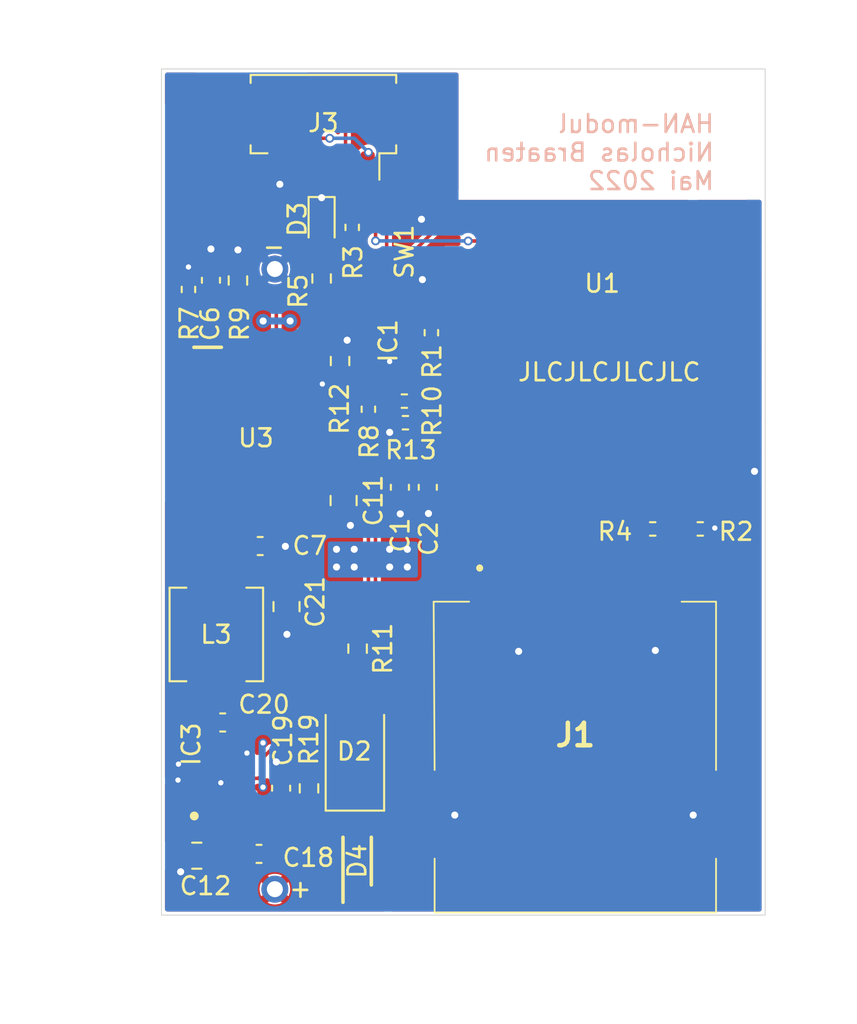
<source format=kicad_pcb>
(kicad_pcb (version 20211014) (generator pcbnew)
  (layers (0 "F.Cu" signal) (31 "B.Cu" signal) (34 "B.Paste" user) (35 "F.Paste" user) (36 "B.SilkS" user "B.Silkscreen") (37 "F.SilkS" user "F.Silkscreen") (38 "B.Mask" user) (39 "F.Mask" user) (44 "Edge.Cuts" user))
  (net 0 "")
  (net 1 "+3V3")
  (net 2 "GND")
  (net 3 "/24V")
  (net 4 "Net-(C6-Pad1)")
  (net 5 "Net-(C7-Pad2)")
  (net 6 "Net-(C11-Pad1)")
  (net 7 "Net-(C18-Pad1)")
  (net 8 "Net-(C18-Pad2)")
  (net 9 "Net-(C19-Pad2)")
  (net 10 "Net-(C20-Pad1)")
  (net 11 "Net-(C20-Pad2)")
  (net 12 "Net-(D2-Pad1)")
  (net 13 "HAN1")
  (net 14 "Net-(D3-Pad2)")
  (net 15 "Net-(IC1-Pad1)")
  (net 16 "Net-(IC1-Pad3)")
  (net 17 "/~{RST}")
  (net 18 "Net-(IC3-Pad4)")
  (net 19 "Net-(IC3-Pad7)")
  (net 24 "/RS232_Tx")
  (net 25 "/RS232_Rx")
  (net 26 "/ESP_Tx")
  (net 27 "/ESP_Rx")
  (net 28 "/GPIO0")
  (net 29 "Net-(R1-Pad1)")
  (net 30 "Net-(R2-Pad2)")
  (net 31 "Net-(R4-Pad2)")
  (net 32 "/~{HAN}")
  (net 33 "Net-(R7-Pad1)")
  (net 34 "Net-(R9-Pad1)")
  (net 35 "Net-(R11-Pad1)")
  (net 36 "Net-(R12-Pad1)")
  (net 51 "/P_fail")
  (footprint "NCN5150DR2G:SOIC127P600X175-16N" (layer "F.Cu") (at 120.65 45.72)
    (fp_text reference "U3" (at 0 0) (layer "F.SilkS"))
    (fp_text value "NCN5150" hide)
    (pad "1" smd rect (at -2.725 -4.445 90) (size 0.65 1.55) (layers "F.Cu" "F.Paste" "F.Mask") (net 34 "Net-(R9-Pad1)"))
    (pad "2" smd rect (at -2.725 -3.175 90) (size 0.65 1.55) (layers "F.Cu" "F.Paste" "F.Mask"))
    (pad "3" smd rect (at -2.725 -1.905 90) (size 0.65 1.55) (layers "F.Cu" "F.Paste" "F.Mask") (net 4 "Net-(C6-Pad1)"))
    (pad "4" smd rect (at -2.725 -0.635 90) (size 0.65 1.55) (layers "F.Cu" "F.Paste" "F.Mask") (net 33 "Net-(R7-Pad1)"))
    (pad "5" smd rect (at -2.725 0.635 90) (size 0.65 1.55) (layers "F.Cu" "F.Paste" "F.Mask") (net 51 "/P_fail"))
    (pad "6" smd rect (at -2.725 1.905 90) (size 0.65 1.55) (layers "F.Cu" "F.Paste" "F.Mask") (net 5 "Net-(C7-Pad2)"))
    (pad "7" smd rect (at -2.725 3.175 90) (size 0.65 1.55) (layers "F.Cu" "F.Paste" "F.Mask"))
    (pad "8" smd rect (at -2.725 4.445 90) (size 0.65 1.55) (layers "F.Cu" "F.Paste" "F.Mask") (net 27 "/ESP_Rx"))
    (pad "9" smd rect (at 2.725 4.445 90) (size 0.65 1.55) (layers "F.Cu" "F.Paste" "F.Mask") (net 1 "+3V3"))
    (pad "10" smd rect (at 2.725 3.175 90) (size 0.65 1.55) (layers "F.Cu" "F.Paste" "F.Mask"))
    (pad "11" smd rect (at 2.725 1.905 90) (size 0.65 1.55) (layers "F.Cu" "F.Paste" "F.Mask") (net 6 "Net-(C11-Pad1)"))
    (pad "12" smd rect (at 2.725 0.635 90) (size 0.65 1.55) (layers "F.Cu" "F.Paste" "F.Mask") (net 26 "/ESP_Tx"))
    (pad "13" smd rect (at 2.725 -0.635 90) (size 0.65 1.55) (layers "F.Cu" "F.Paste" "F.Mask") (net 32 "/~{HAN}"))
    (pad "14" smd rect (at 2.725 -1.905 90) (size 0.65 1.55) (layers "F.Cu" "F.Paste" "F.Mask") (net 36 "Net-(R12-Pad1)"))
    (pad "15" smd rect (at 2.725 -3.175 90) (size 0.65 1.55) (layers "F.Cu" "F.Paste" "F.Mask") (net 2 "GND"))
    (pad "16" smd rect (at 2.725 -4.445 90) (size 0.65 1.55) (layers "F.Cu" "F.Paste" "F.Mask") (net 35 "Net-(R11-Pad1)"))
  )
  (footprint "Resistor_SMD:R_0402_1005Metric" (layer "F.Cu") (at 116.84 37.336 90)
    (fp_text reference "R7" (at -1.9324 0.0508 90) (layer "F.SilkS"))
    (fp_text value "30k")
    (pad "1" smd roundrect (at -0.51 0 90) (size 0.54 0.64) (layers "F.Cu" "F.Paste" "F.Mask") (net 33 "Net-(R7-Pad1)"))
    (pad "2" smd roundrect (at 0.51 0 90) (size 0.54 0.64) (layers "F.Cu" "F.Paste" "F.Mask") (net 2 "GND"))
  )
  (footprint "Resistor_SMD:R_0402_1005Metric" (layer "F.Cu") (at 145.738 50.8508 180)
    (fp_text reference "R2" (at -2.02 -0.1492) (layer "F.SilkS"))
    (fp_text value "10k")
    (pad "1" smd roundrect (at -0.51 0 180) (size 0.54 0.64) (layers "F.Cu" "F.Paste" "F.Mask") (net 2 "GND"))
    (pad "2" smd roundrect (at 0.51 0 180) (size 0.54 0.64) (layers "F.Cu" "F.Paste" "F.Mask") (net 30 "Net-(R2-Pad2)"))
  )
  (footprint "Resistor_SMD:R_0402_1005Metric" (layer "F.Cu") (at 129.03 43.6372 180)
    (fp_text reference "R10" (at -1.57 -0.5628 90) (layer "F.SilkS"))
    (fp_text value "121k")
    (pad "1" smd roundrect (at -0.51 0 180) (size 0.54 0.64) (layers "F.Cu" "F.Paste" "F.Mask") (net 16 "Net-(IC1-Pad3)"))
    (pad "2" smd roundrect (at 0.51 0 180) (size 0.54 0.64) (layers "F.Cu" "F.Paste" "F.Mask") (net 15 "Net-(IC1-Pad1)"))
  )
  (footprint "Capacitor_SMD:C_0805_2012Metric" (layer "F.Cu") (at 122.3772 55.2348 90)
    (fp_text reference "C21" (at 0.261252 1.6228 90) (layer "F.SilkS"))
    (fp_text value "47µF")
    (pad "1" smd roundrect (at -0.95 0 90) (size 1 1.45) (layers "F.Cu" "F.Paste" "F.Mask") (net 2 "GND"))
    (pad "2" smd roundrect (at 0.95 0 90) (size 1 1.45) (layers "F.Cu" "F.Paste" "F.Mask") (net 1 "+3V3"))
  )
  (footprint "Resistor_SMD:R_0402_1005Metric" (layer "F.Cu") (at 129.09 44.8564)
    (fp_text reference "R13" (at 0.31 1.5436) (layer "F.SilkS"))
    (fp_text value "56k2")
    (pad "1" smd roundrect (at -0.51 0) (size 0.54 0.64) (layers "F.Cu" "F.Paste" "F.Mask") (net 2 "GND"))
    (pad "2" smd roundrect (at 0.51 0) (size 0.54 0.64) (layers "F.Cu" "F.Paste" "F.Mask") (net 16 "Net-(IC1-Pad3)"))
  )
  (footprint "NSI45025AT1G:NSI45025AT1G" (layer "F.Cu") (at 126.365 69.596 90)
    (fp_text reference "D4" (at 0 0 90) (layer "F.SilkS"))
    (fp_text value "NSI45025AT1G" hide)
    (pad "1" smd rect locked (at -1.75 0 180) (size 0.8 1.15) (layers "F.Cu" "F.Paste" "F.Mask") (net 3 "/24V"))
    (pad "2" smd rect locked (at 1.75 0 180) (size 0.8 1.15) (layers "F.Cu" "F.Paste" "F.Mask") (net 12 "Net-(D2-Pad1)"))
  )
  (footprint "Capacitor_SMD:C_0603_1608Metric" (layer "F.Cu") (at 122.0724 65.4812 -90)
    (fp_text reference "C19" (at -2.6924 -0.1016 90) (layer "F.SilkS"))
    (fp_text value "5600pF")
    (pad "1" smd roundrect (at -0.775 0 270) (size 0.9 0.95) (layers "F.Cu" "F.Paste" "F.Mask") (net 2 "GND"))
    (pad "2" smd roundrect (at 0.775 0 270) (size 0.9 0.95) (layers "F.Cu" "F.Paste" "F.Mask") (net 9 "Net-(C19-Pad2)"))
  )
  (footprint "LED_SMD:LED_0603_1608Metric" (layer "F.Cu") (at 124.3584 33.6041 -90)
    (fp_text reference "D3" (at -0.2285 1.3716 -90) (layer "F.SilkS"))
    (fp_text value "LED")
    (pad "1" smd roundrect (at -0.7875 0 270) (size 0.875 0.95) (layers "F.Cu" "F.Paste" "F.Mask") (net 2 "GND"))
    (pad "2" smd roundrect (at 0.7875 0 270) (size 0.875 0.95) (layers "F.Cu" "F.Paste" "F.Mask") (net 14 "Net-(D3-Pad2)"))
  )
  (footprint "RF_Module:ESP-12E" (layer "F.Cu") (at 140.208 37.084)
    (fp_text reference "U1" (at -0.008 -0.084) (layer "F.SilkS"))
    (fp_text value "ESP-12F")
    (pad "1" smd rect (at -7.6 -3.5) (size 2.5 1) (layers "F.Cu" "F.Paste" "F.Mask") (net 17 "/~{RST}"))
    (pad "2" smd rect (at -7.6 -1.5) (size 2.5 1) (layers "F.Cu" "F.Paste" "F.Mask"))
    (pad "3" smd rect (at -7.6 0.5) (size 2.5 1) (layers "F.Cu" "F.Paste" "F.Mask") (net 29 "Net-(R1-Pad1)"))
    (pad "4" smd rect (at -7.6 2.5) (size 2.5 1) (layers "F.Cu" "F.Paste" "F.Mask"))
    (pad "5" smd rect (at -7.6 4.5) (size 2.5 1) (layers "F.Cu" "F.Paste" "F.Mask"))
    (pad "6" smd rect (at -7.6 6.5) (size 2.5 1) (layers "F.Cu" "F.Paste" "F.Mask"))
    (pad "7" smd rect (at -7.6 8.5) (size 2.5 1) (layers "F.Cu" "F.Paste" "F.Mask"))
    (pad "8" smd rect (at -7.6 10.5) (size 2.5 1) (layers "F.Cu" "F.Paste" "F.Mask") (net 1 "+3V3"))
    (pad "9" smd rect (at -5 12) (size 1 1.8) (layers "F.Cu" "F.Paste" "F.Mask"))
    (pad "10" smd rect (at -3 12) (size 1 1.8) (layers "F.Cu" "F.Paste" "F.Mask"))
    (pad "11" smd rect (at -1 12) (size 1 1.8) (layers "F.Cu" "F.Paste" "F.Mask"))
    (pad "12" smd rect (at 1 12) (size 1 1.8) (layers "F.Cu" "F.Paste" "F.Mask"))
    (pad "13" smd rect (at 3 12) (size 1 1.8) (layers "F.Cu" "F.Paste" "F.Mask"))
    (pad "14" smd rect (at 5 12) (size 1 1.8) (layers "F.Cu" "F.Paste" "F.Mask"))
    (pad "15" smd rect (at 7.6 10.5) (size 2.5 1) (layers "F.Cu" "F.Paste" "F.Mask") (net 2 "GND"))
    (pad "16" smd rect (at 7.6 8.5) (size 2.5 1) (layers "F.Cu" "F.Paste" "F.Mask") (net 30 "Net-(R2-Pad2)"))
    (pad "17" smd rect (at 7.6 6.5) (size 2.5 1) (layers "F.Cu" "F.Paste" "F.Mask") (net 31 "Net-(R4-Pad2)"))
    (pad "18" smd rect (at 7.6 4.5) (size 2.5 1) (layers "F.Cu" "F.Paste" "F.Mask") (net 28 "/GPIO0"))
    (pad "19" smd rect (at 7.6 2.5) (size 2.5 1) (layers "F.Cu" "F.Paste" "F.Mask"))
    (pad "20" smd rect (at 7.6 0.5) (size 2.5 1) (layers "F.Cu" "F.Paste" "F.Mask"))
    (pad "21" smd rect (at 7.6 -1.5) (size 2.5 1) (layers "F.Cu" "F.Paste" "F.Mask") (net 27 "/ESP_Rx"))
    (pad "22" smd rect (at 7.6 -3.5) (size 2.5 1) (layers "F.Cu" "F.Paste" "F.Mask") (net 26 "/ESP_Tx"))
    (zone (net 0) (net_name "") (layers *.Cu) (connect_pads (clearance 0)) (min_thickness 0.254)
      (keepout (tracks not_allowed) (vias not_allowed) (pads not_allowed) (copperpour not_allowed) (footprints not_allowed))
      (fill (thermal_gap 0.508) (thermal_bridge_width 0.508))
      (polygon (pts (xy 132.088 32.284) (xy 148.328 32.284) (xy 148.328 24.964) (xy 132.088 24.964)))
    )
  )
  (footprint "MAL202117102E3:MAL202117102E3" (layer "F.Cu") (at 115.4684 68.6816 90)
    (fp_text reference "C3" hide)
    (fp_text value "1F")
    (fp_text user "+" (at -2.54 7.62 90 unlocked) (layer "F.SilkS"))
    (fp_text user "-" (at 33.6296 6.1976 180 unlocked) (layer "F.SilkS"))
    (pad "1" thru_hole circle (at -2.5 6.25 90) (size 1.524 1.524) (drill 0.9) (layers *.Cu *.Mask) (net 3 "/24V"))
    (pad "2" thru_hole circle (at 32.5 6.25 90) (size 1.524 1.524) (drill 0.9) (layers *.Cu *.Mask) (net 2 "GND"))
  )
  (footprint "Button_Switch_SMD:SW_SPST_EVQP2" (layer "F.Cu") (at 129.032 35.2044 -90)
    (fp_text reference "SW1" (at 0 0 90) (layer "F.SilkS"))
    (fp_text value "RESET")
    (pad "1" smd rect (at -2.58 -1 270) (size 1.45 0.7) (layers "F.Cu" "F.Paste" "F.Mask") (net 2 "GND"))
    (pad "1" smd rect (at 2.58 -1 270) (size 1.45 0.7) (layers "F.Cu" "F.Paste" "F.Mask") (net 2 "GND"))
    (pad "2" smd rect (at 2.58 1 270) (size 1.45 0.7) (layers "F.Cu" "F.Paste" "F.Mask") (net 15 "Net-(IC1-Pad1)"))
    (pad "2" smd rect (at -2.58 1 270) (size 1.45 0.7) (layers "F.Cu" "F.Paste" "F.Mask") (net 15 "Net-(IC1-Pad1)"))
  )
  (footprint "Capacitor_SMD:C_0805_2012Metric" (layer "F.Cu") (at 117.3124 69.2912)
    (fp_text reference "C12" (at 0.4876 1.7088) (layer "F.SilkS"))
    (fp_text value "4.7µF")
    (pad "1" smd roundrect (at -0.95 0) (size 1 1.45) (layers "F.Cu" "F.Paste" "F.Mask") (net 2 "GND"))
    (pad "2" smd roundrect (at 0.95 0) (size 1 1.45) (layers "F.Cu" "F.Paste" "F.Mask") (net 3 "/24V"))
  )
  (footprint "Capacitor_SMD:C_0603_1608Metric" (layer "F.Cu") (at 130.3528 48.501 -90)
    (fp_text reference "C2" (at 2.899 -0.0472 90) (layer "F.SilkS"))
    (fp_text value "10µ")
    (pad "1" smd roundrect (at -0.775 0 270) (size 0.9 0.95) (layers "F.Cu" "F.Paste" "F.Mask") (net 1 "+3V3"))
    (pad "2" smd roundrect (at 0.775 0 270) (size 0.9 0.95) (layers "F.Cu" "F.Paste" "F.Mask") (net 2 "GND"))
  )
  (footprint "Diode_SMD:D_SMA" (layer "F.Cu") (at 126.238 63.3476 90)
    (fp_text reference "D2" (at -0.0524 -0.038 180) (layer "F.SilkS"))
    (fp_text value "700mV, 2A")
    (pad "1" smd rect (at -2 0 90) (size 2.5 1.8) (layers "F.Cu" "F.Paste" "F.Mask") (net 12 "Net-(D2-Pad1)"))
    (pad "2" smd rect (at 2 0 90) (size 2.5 1.8) (layers "F.Cu" "F.Paste" "F.Mask") (net 13 "HAN1"))
  )
  (footprint "Resistor_SMD:R_0603_1608Metric" (layer "F.Cu") (at 126.3904 57.6072 -90)
    (fp_text reference "R11" (at 0 -1.43 90) (layer "F.SilkS"))
    (fp_text value "220R")
    (pad "1" smd roundrect (at -0.825 0 270) (size 0.8 0.95) (layers "F.Cu" "F.Paste" "F.Mask") (net 35 "Net-(R11-Pad1)"))
    (pad "2" smd roundrect (at 0.825 0 270) (size 0.8 0.95) (layers "F.Cu" "F.Paste" "F.Mask") (net 13 "HAN1"))
  )
  (footprint "Capacitor_SMD:C_0603_1608Metric" (layer "F.Cu") (at 120.891 51.816 180)
    (fp_text reference "C7" (at -2.8 0.016) (layer "F.SilkS"))
    (fp_text value "220n")
    (pad "1" smd roundrect (at -0.775 0 180) (size 0.9 0.95) (layers "F.Cu" "F.Paste" "F.Mask") (net 2 "GND"))
    (pad "2" smd roundrect (at 0.775 0 180) (size 0.9 0.95) (layers "F.Cu" "F.Paste" "F.Mask") (net 5 "Net-(C7-Pad2)"))
  )
  (footprint "Resistor_SMD:R_0402_1005Metric" (layer "F.Cu") (at 127 44.0964 -90)
    (fp_text reference "R8" (at 1.8268 -0.0508 -90) (layer "F.SilkS"))
    (fp_text value "825k")
    (pad "1" smd roundrect (at -0.51 0 270) (size 0.54 0.64) (layers "F.Cu" "F.Paste" "F.Mask") (net 15 "Net-(IC1-Pad1)"))
    (pad "2" smd roundrect (at 0.51 0 270) (size 0.54 0.64) (layers "F.Cu" "F.Paste" "F.Mask") (net 3 "/24V"))
  )
  (footprint "RJLSE4118101:RJLSE4118101" (layer "F.Cu") (at 138.684 62.484)
    (fp_text reference "J1" (at 0 0) (layer "F.SilkS") (effects (font (size 1.27 1.27) (thickness 0.254))))
    (fp_text value "RJLSE4118101" hide)
    (pad "1" smd rect locked (at -4.445 -7.637) (size 0.76 4.75) (layers "F.Cu" "F.Paste" "F.Mask") (net 13 "HAN1"))
    (pad "2" smd rect locked (at -3.175 -7.637) (size 0.76 4.75) (layers "F.Cu" "F.Paste" "F.Mask") (net 2 "GND"))
    (pad "3" smd rect locked (at -1.905 -7.637) (size 0.76 4.75) (layers "F.Cu" "F.Paste" "F.Mask"))
    (pad "4" smd rect locked (at -0.635 -7.637) (size 0.76 4.75) (layers "F.Cu" "F.Paste" "F.Mask"))
    (pad "5" smd rect locked (at 0.635 -7.637) (size 0.76 4.75) (layers "F.Cu" "F.Paste" "F.Mask"))
    (pad "6" smd rect locked (at 1.905 -7.637) (size 0.76 4.75) (layers "F.Cu" "F.Paste" "F.Mask") (net 24 "/RS232_Tx"))
    (pad "7" smd rect locked (at 3.175 -7.637) (size 0.76 4.75) (layers "F.Cu" "F.Paste" "F.Mask") (net 25 "/RS232_Rx"))
    (pad "8" smd rect locked (at 4.445 -7.637) (size 0.76 4.75) (layers "F.Cu" "F.Paste" "F.Mask") (net 2 "GND"))
    (pad "MP1" smd rect locked (at -8.46 4.543) (size 2.24 3.51) (layers "F.Cu" "F.Paste" "F.Mask") (net 2 "GND"))
    (pad "MP2" smd rect locked (at 8.46 4.543) (size 2.24 3.51) (layers "F.Cu" "F.Paste" "F.Mask") (net 2 "GND"))
  )
  (footprint "Resistor_SMD:R_0402_1005Metric" (layer "F.Cu") (at 143.0528 50.8508)
    (fp_text reference "R4" (at -2.1316 0.1492) (layer "F.SilkS"))
    (fp_text value "10k")
    (pad "1" smd roundrect (at -0.51 0) (size 0.54 0.64) (layers "F.Cu" "F.Paste" "F.Mask") (net 1 "+3V3"))
    (pad "2" smd roundrect (at 0.51 0) (size 0.54 0.64) (layers "F.Cu" "F.Paste" "F.Mask") (net 31 "Net-(R4-Pad2)"))
  )
  (footprint "MIC2779L:SOT95P280X145-5N" (layer "F.Cu") (at 128.1176 40.894 90)
    (fp_text reference "IC1" (at 0.6604 0 90) (layer "F.SilkS"))
    (fp_text value "MIC2779L-2YM5_TR" hide)
    (pad "1" smd rect (at -1.25 -0.95 180) (size 0.6 1.2) (layers "F.Cu" "F.Paste" "F.Mask") (net 15 "Net-(IC1-Pad1)"))
    (pad "2" smd rect (at -1.25 0 180) (size 0.6 1.2) (layers "F.Cu" "F.Paste" "F.Mask") (net 2 "GND"))
    (pad "3" smd rect (at -1.25 0.95 180) (size 0.6 1.2) (layers "F.Cu" "F.Paste" "F.Mask") (net 16 "Net-(IC1-Pad3)"))
    (pad "4" smd rect (at 1.25 0.95 180) (size 0.6 1.2) (layers "F.Cu" "F.Paste" "F.Mask") (net 17 "/~{RST}"))
    (pad "5" smd rect (at 1.25 -0.95 180) (size 0.6 1.2) (layers "F.Cu" "F.Paste" "F.Mask") (net 1 "+3V3"))
  )
  (footprint "Resistor_SMD:R_0603_1608Metric" (layer "F.Cu") (at 125.4 41.375 90)
    (fp_text reference "R12" (at -2.7 -0.025 90) (layer "F.SilkS"))
    (fp_text value "100R")
    (pad "1" smd roundrect (at -0.825 0 90) (size 0.8 0.95) (layers "F.Cu" "F.Paste" "F.Mask") (net 36 "Net-(R12-Pad1)"))
    (pad "2" smd roundrect (at 0.825 0 90) (size 0.8 0.95) (layers "F.Cu" "F.Paste" "F.Mask") (net 2 "GND"))
  )
  (footprint "Capacitor_SMD:C_0603_1608Metric" (layer "F.Cu") (at 118.775 61.7728)
    (fp_text reference "C20" (at 2.3322 -1.016) (layer "F.SilkS"))
    (fp_text value "0.1µF")
    (pad "1" smd roundrect (at -0.775 0) (size 0.9 0.95) (layers "F.Cu" "F.Paste" "F.Mask") (net 10 "Net-(C20-Pad1)"))
    (pad "2" smd roundrect (at 0.775 0) (size 0.9 0.95) (layers "F.Cu" "F.Paste" "F.Mask") (net 11 "Net-(C20-Pad2)"))
  )
  (footprint "Resistor_SMD:R_0603_1608Metric" (layer "F.Cu") (at 119.634 36.83 90)
    (fp_text reference "R9" (at -2.4506 0.1016 90) (layer "F.SilkS"))
    (fp_text value "220R")
    (pad "1" smd roundrect (at -0.825 0 90) (size 0.8 0.95) (layers "F.Cu" "F.Paste" "F.Mask") (net 34 "Net-(R9-Pad1)"))
    (pad "2" smd roundrect (at 0.825 0 90) (size 0.8 0.95) (layers "F.Cu" "F.Paste" "F.Mask") (net 2 "GND"))
  )
  (footprint "Capacitor_SMD:C_0603_1608Metric" (layer "F.Cu") (at 128.778 48.501 -90)
    (fp_text reference "C1" (at 2.699 -0.022 90) (layer "F.SilkS"))
    (fp_text value "100n")
    (pad "1" smd roundrect (at -0.775 0 270) (size 0.9 0.95) (layers "F.Cu" "F.Paste" "F.Mask") (net 1 "+3V3"))
    (pad "2" smd roundrect (at 0.775 0 270) (size 0.9 0.95) (layers "F.Cu" "F.Paste" "F.Mask") (net 2 "GND"))
  )
  (footprint "Inductor_SMD:L_Vishay_IHLP-2020" (layer "F.Cu") (at 118.4148 56.8063 90)
    (fp_text reference "L3" (at 0 -0.0148 180) (layer "F.SilkS"))
    (fp_text value "5.6µH")
    (pad "1" smd rect (at -2.4265 0 90) (size 1.903 2.79) (layers "F.Cu" "F.Paste" "F.Mask") (net 10 "Net-(C20-Pad1)"))
    (pad "2" smd rect (at 2.4265 0 90) (size 1.903 2.79) (layers "F.Cu" "F.Paste" "F.Mask") (net 1 "+3V3"))
  )
  (footprint "Resistor_SMD:R_0402_1005Metric" (layer "F.Cu") (at 126.0856 33.8328 90)
    (fp_text reference "R3" (at -1.9812 0.0508 90) (layer "F.SilkS"))
    (fp_text value "10k")
    (pad "1" smd roundrect (at -0.51 0 90) (size 0.54 0.64) (layers "F.Cu" "F.Paste" "F.Mask") (net 1 "+3V3"))
    (pad "2" smd roundrect (at 0.51 0 90) (size 0.54 0.64) (layers "F.Cu" "F.Paste" "F.Mask") (net 28 "/GPIO0"))
  )
  (footprint "MAX17644AATE+:QFN50P300X300X80-17N" (layer "F.Cu") (at 118.6688 65.1764 90)
    (fp_text reference "IC3" (at 2.1764 -1.6688 90) (layer "F.SilkS"))
    (fp_text value "MAX17644AATE+" hide)
    (pad "1" smd rect (at -1.4875 -0.75 180) (size 0.3 0.775) (layers "F.Cu" "F.Paste" "F.Mask") (net 3 "/24V"))
    (pad "2" smd rect (at -1.45 -0.25 180) (size 0.3 0.85) (layers "F.Cu" "F.Paste" "F.Mask") (net 8 "Net-(C18-Pad2)"))
    (pad "3" smd rect (at -1.45 0.25 180) (size 0.3 0.85) (layers "F.Cu" "F.Paste" "F.Mask") (net 7 "Net-(C18-Pad1)"))
    (pad "4" smd rect (at -1.4875 0.75 180) (size 0.3 0.775) (layers "F.Cu" "F.Paste" "F.Mask") (net 18 "Net-(IC3-Pad4)"))
    (pad "5" smd rect (at -0.75 1.4875 90) (size 0.3 0.775) (layers "F.Cu" "F.Paste" "F.Mask") (net 9 "Net-(C19-Pad2)"))
    (pad "6" smd rect (at -0.25 1.45 90) (size 0.3 0.85) (layers "F.Cu" "F.Paste" "F.Mask") (net 1 "+3V3"))
    (pad "7" smd rect (at 0.25 1.45 90) (size 0.3 0.85) (layers "F.Cu" "F.Paste" "F.Mask") (net 19 "Net-(IC3-Pad7)"))
    (pad "8" smd rect (at 0.75 1.4875 90) (size 0.3 0.775) (layers "F.Cu" "F.Paste" "F.Mask"))
    (pad "9" smd rect (at 1.4875 0.75 180) (size 0.3 0.775) (layers "F.Cu" "F.Paste" "F.Mask") (net 2 "GND"))
    (pad "10" smd rect (at 1.45 0.25 180) (size 0.3 0.85) (layers "F.Cu" "F.Paste" "F.Mask") (net 11 "Net-(C20-Pad2)"))
    (pad "11" smd rect (at 1.45 -0.25 180) (size 0.3 0.85) (layers "F.Cu" "F.Paste" "F.Mask") (net 10 "Net-(C20-Pad1)"))
    (pad "12" smd rect (at 1.4875 -0.75 180) (size 0.3 0.775) (layers "F.Cu" "F.Paste" "F.Mask") (net 10 "Net-(C20-Pad1)"))
    (pad "13" smd rect (at 0.75 -1.4875 90) (size 0.3 0.775) (layers "F.Cu" "F.Paste" "F.Mask") (net 2 "GND"))
    (pad "14" smd rect (at 0.25 -1.45 90) (size 0.3 0.85) (layers "F.Cu" "F.Paste" "F.Mask") (net 2 "GND"))
    (pad "15" smd rect (at -0.25 -1.45 90) (size 0.3 0.85) (layers "F.Cu" "F.Paste" "F.Mask") (net 3 "/24V"))
    (pad "16" smd rect (at -0.75 -1.4875 90) (size 0.3 0.775) (layers "F.Cu" "F.Paste" "F.Mask") (net 3 "/24V"))
    (pad "17" smd rect (at 0 0 90) (size 1.25 1.25) (layers "F.Cu" "F.Paste" "F.Mask") (net 2 "GND"))
  )
  (footprint "Capacitor_SMD:C_0603_1608Metric" (layer "F.Cu") (at 120.825 69.1896 180)
    (fp_text reference "C18" (at -2.7846 -0.2104) (layer "F.SilkS"))
    (fp_text value "2.2µF")
    (pad "1" smd roundrect (at -0.775 0 180) (size 0.9 0.95) (layers "F.Cu" "F.Paste" "F.Mask") (net 7 "Net-(C18-Pad1)"))
    (pad "2" smd roundrect (at 0.775 0 180) (size 0.9 0.95) (layers "F.Cu" "F.Paste" "F.Mask") (net 8 "Net-(C18-Pad2)"))
  )
  (footprint "Resistor_SMD:R_0402_1005Metric" (layer "F.Cu") (at 130.556 39.7764 -90)
    (fp_text reference "R1" (at 1.6236 -0.044 90) (layer "F.SilkS"))
    (fp_text value "10k")
    (pad "1" smd roundrect (at -0.51 0 270) (size 0.54 0.64) (layers "F.Cu" "F.Paste" "F.Mask") (net 29 "Net-(R1-Pad1)"))
    (pad "2" smd roundrect (at 0.51 0 270) (size 0.54 0.64) (layers "F.Cu" "F.Paste" "F.Mask") (net 1 "+3V3"))
  )
  (footprint "Resistor_SMD:R_0603_1608Metric" (layer "F.Cu") (at 123.6472 65.4934 -90)
    (fp_text reference "R19" (at -2.757 -0.0004 90) (layer "F.SilkS"))
    (fp_text value "40k2")
    (pad "1" smd roundrect (at -0.825 0 270) (size 0.8 0.95) (layers "F.Cu" "F.Paste" "F.Mask") (net 19 "Net-(IC3-Pad7)"))
    (pad "2" smd roundrect (at 0.825 0 270) (size 0.8 0.95) (layers "F.Cu" "F.Paste" "F.Mask") (net 18 "Net-(IC3-Pad4)"))
  )
  (footprint "Capacitor_SMD:C_0805_2012Metric" (layer "F.Cu") (at 125.6 49.25 -90)
    (fp_text reference "C11" (at 0 -1.68 90) (layer "F.SilkS"))
    (fp_text value "1µ")
    (pad "1" smd roundrect (at -0.95 0 270) (size 1 1.45) (layers "F.Cu" "F.Paste" "F.Mask") (net 6 "Net-(C11-Pad1)"))
    (pad "2" smd roundrect (at 0.95 0 270) (size 1 1.45) (layers "F.Cu" "F.Paste" "F.Mask") (net 2 "GND"))
  )
  (footprint "Connector_Molex:Molex_PicoBlade_53261-0571_1x05-1MP_P1.25mm_Horizontal" (layer "F.Cu") (at 124.46 27.94 180)
    (fp_text reference "J3" (at 0 0) (layer "F.SilkS"))
    (fp_text value "Conn_01x05_Male")
    (pad "1" smd roundrect (at -2.5 -2.4 180) (size 0.8 1.6) (layers "F.Cu" "F.Paste" "F.Mask") (net 26 "/ESP_Tx"))
    (pad "2" smd roundrect (at -1.25 -2.4 180) (size 0.8 1.6) (layers "F.Cu" "F.Paste" "F.Mask") (net 27 "/ESP_Rx"))
    (pad "3" smd roundrect (at 0 -2.4 180) (size 0.8 1.6) (layers "F.Cu" "F.Paste" "F.Mask") (net 28 "/GPIO0"))
    (pad "4" smd roundrect (at 1.25 -2.4 180) (size 0.8 1.6) (layers "F.Cu" "F.Paste" "F.Mask") (net 1 "+3V3"))
    (pad "5" smd roundrect (at 2.5 -2.4 180) (size 0.8 1.6) (layers "F.Cu" "F.Paste" "F.Mask") (net 2 "GND"))
    (pad "MP" smd roundrect (at 5.05 0.5 180) (size 2.1 3) (layers "F.Cu" "F.Paste" "F.Mask") (roundrect_rratio 0.1190480952))
    (pad "MP" smd roundrect (at -5.05 0.5 180) (size 2.1 3) (layers "F.Cu" "F.Paste" "F.Mask") (roundrect_rratio 0.1190480952))
  )
  (footprint "Capacitor_SMD:C_0603_1608Metric" (layer "F.Cu") (at 118.11 36.817 90)
    (fp_text reference "C6" (at -2.4514 -0.0508 90) (layer "F.SilkS"))
    (fp_text value "10µ")
    (pad "1" smd roundrect (at -0.775 0 90) (size 0.9 0.95) (layers "F.Cu" "F.Paste" "F.Mask") (net 4 "Net-(C6-Pad1)"))
    (pad "2" smd roundrect (at 0.775 0 90) (size 0.9 0.95) (layers "F.Cu" "F.Paste" "F.Mask") (net 2 "GND"))
  )
  (footprint "Resistor_SMD:R_0603_1608Metric" (layer "F.Cu") (at 124.3584 36.7162 -90)
    (fp_text reference "R5" (at 0.7234 1.3208 90) (layer "F.SilkS"))
    (fp_text value "750R")
    (pad "1" smd roundrect (at -0.825 0 270) (size 0.8 0.95) (layers "F.Cu" "F.Paste" "F.Mask") (net 14 "Net-(D3-Pad2)"))
    (pad "2" smd roundrect (at 0.825 0 270) (size 0.8 0.95) (layers "F.Cu" "F.Paste" "F.Mask") (net 32 "/~{HAN}"))
  )
  (gr_rect (start 149.4028 72.644) (end 115.316 24.892) (layer "Edge.Cuts") (width 0.05) (fill none))
  (gr_text "HAN-modul\nNicholas Braaten\nMai 2022" (at 146.6 29.6) (layer "B.SilkS") (effects (font (size 1 1)) (justify left mirror)))
  (gr_text "JLCJLCJLCJLC" (at 140.6 42) (layer "F.SilkS") (effects (font (size 1 1))))
  (segment (start 120.1188 65.4264) (end 121.0486 65.4264) (width 0.25) (layer "F.Cu") (net 1))
  (segment (start 121.0486 65.4264) (end 121.05 65.425) (width 0.25) (layer "F.Cu") (net 1))
  (via (at 128.2 52) (size 0.8) (drill 0.4) (layers "F.Cu" "B.Cu") (net 1))
  (via (at 128.2 53) (size 0.8) (drill 0.4) (layers "F.Cu" "B.Cu") (net 1))
  (via (at 125.2 53) (size 0.8) (drill 0.4) (layers "F.Cu" "B.Cu") (net 1))
  (via (at 129.2 52) (size 0.8) (drill 0.4) (layers "F.Cu" "B.Cu") (net 1))
  (via (at 122.5804 39.116) (size 0.8) (drill 0.4) (layers "F.Cu" "B.Cu") (net 1))
  (via (at 121.05 65.425) (size 0.5) (drill 0.3) (layers "F.Cu" "B.Cu") (net 1))
  (via (at 121.05 62.925) (size 0.5) (drill 0.3) (layers "F.Cu" "B.Cu") (net 1))
  (via (at 125.2 52) (size 0.8) (drill 0.4) (layers "F.Cu" "B.Cu") (net 1))
  (via (at 126.2 52) (size 0.8) (drill 0.4) (layers "F.Cu" "B.Cu") (net 1))
  (via (at 126.2 53) (size 0.8) (drill 0.4) (layers "F.Cu" "B.Cu") (net 1))
  (via (at 129.2 53) (size 0.8) (drill 0.4) (layers "F.Cu" "B.Cu") (net 1))
  (via (at 121.0564 39.116) (size 0.8) (drill 0.4) (layers "F.Cu" "B.Cu") (net 1))
  (segment (start 121.000489 62.974511) (end 121.000489 65.375489) (width 0.4) (layer "B.Cu") (net 1))
  (segment (start 121.0564 39.116) (end 122.5804 39.116) (width 0.4) (layer "B.Cu") (net 1))
  (segment (start 121.05 62.925) (end 121.000489 62.974511) (width 0.4) (layer "B.Cu") (net 1))
  (segment (start 121.000489 65.375489) (end 121.05 65.425) (width 0.4) (layer "B.Cu") (net 1))
  (segment (start 119.6077 63.5) (end 119.4188 63.6889) (width 0.2) (layer "F.Cu") (net 2))
  (segment (start 116.4 65) (end 116.4736 64.9264) (width 0.2) (layer "F.Cu") (net 2))
  (segment (start 124.273 42.545) (end 124.4 42.672) (width 0.2) (layer "F.Cu") (net 2))
  (segment (start 123.375 42.545) (end 124.273 42.545) (width 0.2) (layer "F.Cu") (net 2))
  (segment (start 116.84 36.068) (end 116.84 36.826) (width 0.2) (layer "F.Cu") (net 2))
  (segment (start 130.2 67.003) (end 130.224 67.027) (width 0.4) (layer "F.Cu") (net 2))
  (segment (start 116.4264 64.4264) (end 116.4 64.4) (width 0.2) (layer "F.Cu") (net 2))
  (segment (start 119.634 35.1028) (end 119.634 36.005) (width 0.4) (layer "F.Cu") (net 2))
  (segment (start 135.4836 57.7596) (end 135.4836 54.8724) (width 0.4) (layer "F.Cu") (net 2))
  (segment (start 120.142 63.5) (end 119.6077 63.5) (width 0.2) (layer "F.Cu") (net 2))
  (segment (start 145.3388 67) (end 147.117 67) (width 0.4) (layer "F.Cu") (net 2))
  (segment (start 147.117 67) (end 147.144 67.027) (width 0.4) (layer "F.Cu") (net 2))
  (segment (start 118.11 35.052) (end 118.11 36.042) (width 0.4) (layer "F.Cu") (net 2))
  (segment (start 130.2 67) (end 130.2 67.003) (width 0.4) (layer "F.Cu") (net 2))
  (segment (start 143.2 57.7088) (end 143.2 54.918) (width 0.4) (layer "F.Cu") (net 2))
  (segment (start 143.2 54.918) (end 143.129 54.847) (width 0.4) (layer "F.Cu") (net 2))
  (segment (start 117.2188 64.4264) (end 116.4264 64.4264) (width 0.2) (layer "F.Cu") (net 2))
  (segment (start 116.4736 64.9264) (end 117.2188 64.9264) (width 0.2) (layer "F.Cu") (net 2))
  (segment (start 131.8768 67) (end 130.251 67) (width 0.4) (layer "F.Cu") (net 2))
  (segment (start 135.4836 54.8724) (end 135.509 54.847) (width 0.4) (layer "F.Cu") (net 2))
  (segment (start 130.251 67) (end 130.224 67.027) (width 0.4) (layer "F.Cu") (net 2))
  (via (at 121.8 64) (size 0.8) (drill 0.4) (layers "F.Cu" "B.Cu") (net 2))
  (via (at 118.11 35.052) (size 0.8) (drill 0.4) (layers "F.Cu" "B.Cu") (net 2))
  (via (at 146.558 50.8) (size 0.5) (drill 0.3) (layers "F.Cu" "B.Cu") (net 2))
  (via (at 122 31.4) (size 0.8) (drill 0.4) (layers "F.Cu" "B.Cu") (net 2))
  (via (at 122.4 56.8) (size 0.8) (drill 0.4) (layers "F.Cu" "B.Cu") (net 2))
  (via (at 125.8 40.2) (size 0.8) (drill 0.4) (layers "F.Cu" "B.Cu") (net 2))
  (via (at 135.4836 57.7596) (size 0.8) (drill 0.4) (layers "F.Cu" "B.Cu") (net 2))
  (via (at 116.25 65.025) (size 0.6) (drill 0.3) (layers "F.Cu" "B.Cu") (net 2))
  (via (at 116.84 36.068) (size 0.5) (drill 0.3) (layers "F.Cu" "B.Cu") (net 2))
  (via (at 116.4 70.2) (size 0.8) (drill 0.4) (layers "F.Cu" "B.Cu") (net 2))
  (via (at 120.142 63.5) (size 0.5) (drill 0.3) (layers "F.Cu" "B.Cu") (net 2))
  (via (at 122.312 51.832) (size 0.8) (drill 0.4) (layers "F.Cu" "B.Cu") (net 2))
  (via (at 125.984 50.652) (size 0.8) (drill 0.4) (layers "F.Cu" "B.Cu") (net 2))
  (via (at 148.8 47.6) (size 0.8) (drill 0.4) (layers "F.Cu" "B.Cu") (net 2))
  (via (at 119.634 35.1028) (size 0.8) (drill 0.4) (layers "F.Cu" "B.Cu") (net 2))
  (via (at 128.2 45.4) (size 0.8) (drill 0.4) (layers "F.Cu" "B.Cu") (net 2))
  (via (at 130.048 36.7792) (size 0.8) (drill 0.4) (layers "F.Cu" "B.Cu") (net 2))
  (via (at 124.4 42.672) (size 0.5) (drill 0.3) (layers "F.Cu" "B.Cu") (net 2))
  (via (at 128.2 41.4) (size 0.5) (drill 0.3) (layers "F.Cu" "B.Cu") (net 2))
  (via (at 131.8768 67) (size 0.8) (drill 0.4) (layers "F.Cu" "B.Cu") (net 2))
  (via (at 129.9972 33.3756) (size 0.8) (drill 0.4) (layers "F.Cu" "B.Cu") (net 2))
  (via (at 130.391608 49.979157) (size 0.8) (drill 0.4) (layers "F.Cu" "B.Cu") (net 2))
  (via (at 118.6688 65.1764) (size 0.6) (drill 0.3) (layers "F.Cu" "B.Cu") (net 2))
  (via (at 128.8 50) (size 0.8) (drill 0.4) (layers "F.Cu" "B.Cu") (net 2))
  (via (at 145.3388 67) (size 0.8) (drill 0.4) (layers "F.Cu" "B.Cu") (net 2))
  (via (at 124.3584 32.1564) (size 0.8) (drill 0.4) (layers "F.Cu" "B.Cu") (net 2))
  (via (at 143.2 57.7088) (size 0.8) (drill 0.4) (layers "F.Cu" "B.Cu") (net 2))
  (via (at 116.275 64.125) (size 0.6) (drill 0.3) (layers "F.Cu" "B.Cu") (net 2))
  (segment (start 125.038489 70.238489) (end 126.146 71.346) (width 0.2) (layer "F.Cu") (net 3))
  (segment (start 127.4 46) (end 127.4 56) (width 0.2) (layer "F.Cu") (net 3))
  (segment (start 126.041173 57.6) (end 125.038489 58.602684) (width 0.2) (layer "F.Cu") (net 3))
  (segment (start 126.8 57.6) (end 126.041173 57.6) (width 0.2) (layer "F.Cu") (net 3))
  (segment (start 127.2 57.2) (end 126.8 57.6) (width 0.2) (layer "F.Cu") (net 3))
  (segment (start 127.4 56) (end 127.2 56.2) (width 0.2) (layer "F.Cu") (net 3))
  (segment (start 127.2 56.2) (end 127.2 57.2) (width 0.2) (layer "F.Cu") (net 3))
  (segment (start 127 44.6064) (end 127 45.6) (width 0.2) (layer "F.Cu") (net 3))
  (segment (start 125.038489 58.602684) (end 125.038489 70.238489) (width 0.2) (layer "F.Cu") (net 3))
  (segment (start 127 45.6) (end 127.4 46) (width 0.2) (layer "F.Cu") (net 3))
  (segment (start 126.146 71.346) (end 126.365 71.346) (width 0.2) (layer "F.Cu") (net 3))
  (segment (start 116.850489 43.190489) (end 116.850489 40.781911) (width 0.2) (layer "F.Cu") (net 4))
  (segment (start 117.475 43.815) (end 116.850489 43.190489) (width 0.2) (layer "F.Cu") (net 4))
  (segment (start 118.11 39.5224) (end 118.11 37.592) (width 0.2) (layer "F.Cu") (net 4))
  (segment (start 116.850489 40.781911) (end 118.11 39.5224) (width 0.2) (layer "F.Cu") (net 4))
  (segment (start 117.925 43.815) (end 117.475 43.815) (width 0.2) (layer "F.Cu") (net 4))
  (segment (start 118.354022 47.625) (end 119.126 48.396978) (width 0.2) (layer "F.Cu") (net 5))
  (segment (start 119.126 51.308) (end 119.634 51.816) (width 0.2) (layer "F.Cu") (net 5))
  (segment (start 117.925 47.625) (end 118.354022 47.625) (width 0.2) (layer "F.Cu") (net 5))
  (segment (start 119.126 48.396978) (end 119.126 51.308) (width 0.2) (layer "F.Cu") (net 5))
  (segment (start 119.634 51.816) (end 120.116 51.816) (width 0.2) (layer "F.Cu") (net 5))
  (segment (start 124.925 47.625) (end 125.6 48.3) (width 0.2) (layer "F.Cu") (net 6))
  (segment (start 123.375 47.625) (end 124.925 47.625) (width 0.2) (layer "F.Cu") (net 6))
  (segment (start 118.9188 67.300422) (end 119.818378 68.2) (width 0.2) (layer "F.Cu") (net 7))
  (segment (start 118.9188 66.6264) (end 118.9188 67.300422) (width 0.2) (layer "F.Cu") (net 7))
  (segment (start 119.818378 68.2) (end 121.8 68.2) (width 0.2) (layer "F.Cu") (net 7))
  (segment (start 122.2 69) (end 122.0104 69.1896) (width 0.2) (layer "F.Cu") (net 7))
  (segment (start 121.8 68.2) (end 122.2 68.6) (width 0.2) (layer "F.Cu") (net 7))
  (segment (start 122.0104 69.1896) (end 121.5904 69.1896) (width 0.2) (layer "F.Cu") (net 7))
  (segment (start 122.2 68.6) (end 122.2 69) (width 0.2) (layer "F.Cu") (net 7))
  (segment (start 119.9896 69.1896) (end 120.0404 69.1896) (width 0.2) (layer "F.Cu") (net 8))
  (segment (start 118.4188 67.6188) (end 119.9896 69.1896) (width 0.2) (layer "F.Cu") (net 8))
  (segment (start 118.4188 66.6264) (end 118.4188 67.6188) (width 0.2) (layer "F.Cu") (net 8))
  (segment (start 120.1563 65.9264) (end 120.4861 66.2562) (width 0.2) (layer "F.Cu") (net 9))
  (segment (start 120.4861 66.2562) (end 122.0724 66.2562) (width 0.2) (layer "F.Cu") (net 9))
  (segment (start 118.4188 63.4188) (end 118.2 63.2) (width 0.2) (layer "F.Cu") (net 10))
  (segment (start 118.2 63.2) (end 118.2 61.9728) (width 0.2) (layer "F.Cu") (net 10))
  (segment (start 118.2 61.9728) (end 118 61.7728) (width 0.2) (layer "F.Cu") (net 10))
  (segment (start 118.4188 63.7264) (end 118.4188 63.4188) (width 0.2) (layer "F.Cu") (net 10))
  (segment (start 117.2 61.4) (end 117.5728 61.7728) (width 0.4) (layer "F.Cu") (net 10))
  (segment (start 118.4148 59.2328) (end 118.3672 59.2328) (width 0.4) (layer "F.Cu") (net 10))
  (segment (start 117.5728 61.7728) (end 118 61.7728) (width 0.4) (layer "F.Cu") (net 10))
  (segment (start 117.9188 63.7264) (end 117.9188 61.854) (width 0.2) (layer "F.Cu") (net 10))
  (segment (start 118.3672 59.2328) (end 117.2 60.4) (width 0.4) (layer "F.Cu") (net 10))
  (segment (start 117.2 60.4) (end 117.2 61.4) (width 0.4) (layer "F.Cu") (net 10))
  (segment (start 117.9188 61.854) (end 118 61.7728) (width 0.2) (layer "F.Cu") (net 10))
  (segment (start 120.1728 61.7728) (end 119.55 61.7728) (width 0.2) (layer "F.Cu") (net 11))
  (segment (start 120.4 62.4) (end 120.4 62) (width 0.2) (layer "F.Cu") (net 11))
  (segment (start 118.9188 63.7264) (end 118.969289 63.675911) (width 0.2) (layer "F.Cu") (net 11))
  (segment (start 118.969289 63.675911) (end 118.969289 63.030711) (width 0.2) (layer "F.Cu") (net 11))
  (segment (start 118.969289 63.030711) (end 119.2 62.8) (width 0.2) (layer "F.Cu") (net 11))
  (segment (start 119.2 62.8) (end 120 62.8) (width 0.2) (layer "F.Cu") (net 11))
  (segment (start 120 62.8) (end 120.4 62.4) (width 0.2) (layer "F.Cu") (net 11))
  (segment (start 120.4 62) (end 120.1728 61.7728) (width 0.2) (layer "F.Cu") (net 11))
  (segment (start 126.238 67.719) (end 126.365 67.846) (width 0.4) (layer "F.Cu") (net 12))
  (segment (start 126.238 65.3476) (end 126.238 67.719) (width 0.4) (layer "F.Cu") (net 12))
  (segment (start 134.239 54.847) (end 134.2 54.886) (width 0.4) (layer "F.Cu") (net 13))
  (segment (start 126.3904 61.1952) (end 126.238 61.3476) (width 0.4) (layer "F.Cu") (net 13))
  (segment (start 124.3584 35.8912) (end 124.3584 34.3916) (width 0.2) (layer "F.Cu") (net 14))
  (segment (start 127.0508 43.6372) (end 127 43.5864) (width 0.2) (layer "F.Cu") (net 15))
  (segment (start 127 43) (end 127 43.5864) (width 0.2) (layer "F.Cu") (net 15))
  (segment (start 128.032 40.368) (end 128.032 37.7844) (width 0.2) (layer "F.Cu") (net 15))
  (segment (start 127.1676 41.2324) (end 128.032 40.368) (width 0.2) (layer "F.Cu") (net 15))
  (segment (start 127.1676 42.8324) (end 127 43) (width 0.2) (layer "F.Cu") (net 15))
  (segment (start 127.1676 42.144) (end 127.1676 42.8324) (width 0.2) (layer "F.Cu") (net 15))
  (segment (start 128.52 43.6372) (end 127.0508 43.6372) (width 0.2) (layer "F.Cu") (net 15))
  (segment (start 127.1676 42.144) (end 127.1676 41.2324) (width 0.2) (layer "F.Cu") (net 15))
  (segment (start 128.032 32.6244) (end 128.032 37.7844) (width 0.2) (layer "F.Cu") (net 15))
  (segment (start 129.54 44.7964) (end 129.6 44.8564) (width 0.2) (layer "F.Cu") (net 16))
  (segment (start 129.54 43.14) (end 129.54 43.6372) (width 0.2) (layer "F.Cu") (net 16))
  (segment (start 129.0676 42.144) (end 129.0676 42.6676) (width 0.2) (layer "F.Cu") (net 16))
  (segment (start 129.54 43.6372) (end 129.54 44.7964) (width 0.2) (layer "F.Cu") (net 16))
  (segment (start 129.0676 42.6676) (end 129.54 43.14) (width 0.2) (layer "F.Cu") (net 16))
  (segment (start 129.0676 35.6768) (end 131.1604 33.584) (width 0.2) (layer "F.Cu") (net 17))
  (segment (start 131.1604 33.584) (end 132.608 33.584) (width 0.2) (layer "F.Cu") (net 17))
  (segment (start 129.0676 39.644) (end 129.0676 35.6768) (width 0.2) (layer "F.Cu") (net 17))
  (segment (start 123.3604 67.8) (end 123.6472 67.5132) (width 0.2) (layer "F.Cu") (net 18))
  (segment (start 119.4188 66.6264) (end 119.4188 67.235416) (width 0.2) (layer "F.Cu") (net 18))
  (segment (start 123.6472 67.5132) (end 123.6472 66.3184) (width 0.2) (layer "F.Cu") (net 18))
  (segment (start 119.983384 67.8) (end 123.3604 67.8) (width 0.2) (layer "F.Cu") (net 18))
  (segment (start 119.4188 67.235416) (end 119.983384 67.8) (width 0.2) (layer "F.Cu") (net 18))
  (segment (start 120.95 63.860741) (end 121.510252 63.300489) (width 0.2) (layer "F.Cu") (net 19))
  (segment (start 123.447689 63.300489) (end 123.6472 63.5) (width 0.2) (layer "F.Cu") (net 19))
  (segment (start 120.792822 64.9264) (end 120.95 64.769222) (width 0.2) (layer "F.Cu") (net 19))
  (segment (start 120.95 64.769222) (end 120.95 63.860741) (width 0.2) (layer "F.Cu") (net 19))
  (segment (start 120.1188 64.9264) (end 120.792822 64.9264) (width 0.2) (layer "F.Cu") (net 19))
  (segment (start 123.6472 63.5) (end 123.6472 64.6684) (width 0.2) (layer "F.Cu") (net 19))
  (segment (start 121.510252 63.300489) (end 123.447689 63.300489) (width 0.2) (layer "F.Cu") (net 19))
  (segment (start 121.8692 28.8036) (end 124.8156 28.8036) (width 0.2) (layer "F.Cu") (net 26))
  (segment (start 121.26048 34.18928) (end 121.26048 29.41232) (width 0.2) (layer "F.Cu") (net 26))
  (segment (start 123.375 46.355) (end 122.4534 46.355) (width 0.2) (layer "F.Cu") (net 26))
  (segment (start 122.779911 35.708711) (end 121.26048 34.18928) (width 0.2) (layer "F.Cu") (net 26))
  (segment (start 147.808 33.584) (end 146.23648 33.584) (width 0.127) (layer "F.Cu") (net 26))
  (segment (start 130.71417 31) (end 127.525 31) (width 0.127) (layer "F.Cu") (net 26))
  (segment (start 127.525 31) (end 126.96 30.435) (width 0.127) (layer "F.Cu") (net 26))
  (segment (start 132.06169 32.34752) (end 130.71417 31) (width 0.127) (layer "F.Cu") (net 26))
  (segment (start 145 32.34752) (end 132.06169 32.34752) (width 0.127) (layer "F.Cu") (net 26))
  (segment (start 146.23648 33.584) (end 145 32.34752) (width 0.127) (layer "F.Cu") (net 26))
  (segment (start 122.779911 36.621293) (end 122.779911 35.708711) (width 0.2) (layer "F.Cu") (net 26))
  (segment (start 122.4534 46.355) (end 121.800481 45.702081) (width 0.2) (layer "F.Cu") (net 26))
  (segment (start 121.800481 37.600723) (end 122.779911 36.621293) (width 0.2) (layer "F.Cu") (net 26))
  (segment (start 121.26048 29.41232) (end 121.8692 28.8036) (width 0.2) (layer "F.Cu") (net 26))
  (segment (start 126.96 30.435) (end 126.96 30.34) (width 0.127) (layer "F.Cu") (net 26))
  (segment (start 121.800481 45.702081) (end 121.800481 37.600723) (width 0.2) (layer "F.Cu") (net 26))
  (via (at 127 29.6) (size 0.5) (drill 0.3) (layers "F.Cu" "B.Cu") (net 26))
  (via (at 124.8156 28.8036) (size 0.5) (drill 0.3) (layers "F.Cu" "B.Cu") (net 26))
  (segment (start 124.8156 28.8036) (end 126.2036 28.8036) (width 0.2) (layer "B.Cu") (net 26))
  (segment (start 126.2036 28.8036) (end 127 29.6) (width 0.2) (layer "B.Cu") (net 26))
  (segment (start 146.384 35.584) (end 146.2 35.4) (width 0.127) (layer "F.Cu") (net 27))
  (segment (start 125.71 30.544809) (end 125.71 30.34) (width 0.127) (layer "F.Cu") (net 27))
  (segment (start 130.60302 31.40302) (end 126.568211 31.40302) (width 0.127) (layer "F.Cu") (net 27))
  (segment (start 144.86475 32.67404) (end 131.87404 32.67404) (width 0.127) (layer "F.Cu") (net 27))
  (segment (start 117.402 25.6) (end 123.4 25.6) (width 0.2) (layer "F.Cu") (net 27))
  (segment (start 131.87404 32.67404) (end 130.60302 31.40302) (width 0.127) (layer "F.Cu") (net 27))
  (segment (start 146.2 35.4) (end 146.2 34.00929) (width 0.127) (layer "F.Cu") (net 27))
  (segment (start 147.808 35.584) (end 146.384 35.584) (width 0.127) (layer "F.Cu") (net 27))
  (segment (start 125.71 27.91) (end 125.71 30.34) (width 0.2) (layer "F.Cu") (net 27))
  (segment (start 117.01252 50.165) (end 116.05145 49.20393) (width 0.2) (layer "F.Cu") (net 27))
  (segment (start 126.568211 31.40302) (end 125.71 30.544809) (width 0.127) (layer "F.Cu") (net 27))
  (segment (start 117.925 50.165) (end 117.01252 50.165) (width 0.2) (layer "F.Cu") (net 27))
  (segment (start 123.4 25.6) (end 125.71 27.91) (width 0.2) (layer "F.Cu") (net 27))
  (segment (start 116.05145 49.20393) (end 116.05145 26.95055) (width 0.2) (layer "F.Cu") (net 27))
  (segment (start 116.05145 26.95055) (end 117.402 25.6) (width 0.2) (layer "F.Cu") (net 27))
  (segment (start 146.2 34.00929) (end 144.86475 32.67404) (width 0.127) (layer "F.Cu") (net 27))
  (segment (start 124.46 31.268741) (end 126.0856 32.894341) (width 0.2) (layer "F.Cu") (net 28))
  (segment (start 126.0856 32.894341) (end 126.0856 33.3228) (width 0.2) (layer "F.Cu") (net 28))
  (segment (start 132.6336 34.6) (end 142.8 34.6) (width 0.2) (layer "F.Cu") (net 28))
  (segment (start 127.4064 33.528) (end 127.4064 34.5948) (width 0.2) (layer "F.Cu") (net 28))
  (segment (start 146.184 41.584) (end 147.808 41.584) (width 0.2) (layer "F.Cu") (net 28))
  (segment (start 127.2012 33.3228) (end 127.4064 33.528) (width 0.2) (layer "F.Cu") (net 28))
  (segment (start 144.6 40) (end 146.184 41.584) (width 0.2) (layer "F.Cu") (net 28))
  (segment (start 142.8 34.6) (end 144.6 36.4) (width 0.2) (layer "F.Cu") (net 28))
  (segment (start 144.6 36.4) (end 144.6 40) (width 0.2) (layer "F.Cu") (net 28))
  (segment (start 124.46 30.34) (end 124.46 31.268741) (width 0.2) (layer "F.Cu") (net 28))
  (segment (start 127.2012 33.3228) (end 126.0856 33.3228) (width 0.2) (layer "F.Cu") (net 28))
  (via (at 127.4064 34.5948) (size 0.5) (drill 0.3) (layers "F.Cu" "B.Cu") (net 28))
  (via (at 132.6336 34.6) (size 0.5) (drill 0.3) (layers "F.Cu" "B.Cu") (net 28))
  (segment (start 132.6336 34.6) (end 132.6284 34.5948) (width 0.2) (layer "B.Cu") (net 28))
  (segment (start 132.6284 34.5948) (end 127.4064 34.5948) (width 0.2) (layer "B.Cu") (net 28))
  (segment (start 130.556 39.044) (end 132.016 37.584) (width 0.2) (layer "F.Cu") (net 29))
  (segment (start 132.016 37.584) (end 132.608 37.584) (width 0.2) (layer "F.Cu") (net 29))
  (segment (start 130.556 39.2664) (end 130.556 39.044) (width 0.2) (layer "F.Cu") (net 29))
  (segment (start 145.1356 50.8508) (end 145.228 50.8508) (width 0.127) (layer "F.Cu") (net 30))
  (segment (start 145.424 45.584) (end 144.444989 46.563011) (width 0.127) (layer "F.Cu") (net 30))
  (segment (start 145.424 45.584) (end 147.808 45.584) (width 0.127) (layer "F.Cu") (net 30))
  (segment (start 144.444989 46.563011) (end 144.444989 50.160189) (width 0.127) (layer "F.Cu") (net 30))
  (segment (start 144.444989 50.160189) (end 145.1356 50.8508) (width 0.127) (layer "F.Cu") (net 30))
  (segment (start 143.5628 50.6964) (end 143.5628 50.8508) (width 0.127) (layer "F.Cu") (net 31))
  (segment (start 144.118469 50.140731) (end 143.5628 50.6964) (width 0.127) (layer "F.Cu") (net 31))
  (segment (start 146.96223 43.584) (end 144.118469 46.427762) (width 0.127) (layer "F.Cu") (net 31))
  (segment (start 147.808 43.584) (end 146.96223 43.584) (width 0.127) (layer "F.Cu") (net 31))
  (segment (start 144.118469 46.427762) (end 144.118469 50.140731) (width 0.127) (layer "F.Cu") (net 31))
  (segment (start 124.3584 38.592578) (end 124.3584 37.5412) (width 0.2) (layer "F.Cu") (net 32))
  (segment (start 122.2 40.750978) (end 124.3584 38.592578) (width 0.2) (layer "F.Cu") (net 32))
  (segment (start 122.2 44.8) (end 122.2 40.750978) (width 0.2) (layer "F.Cu") (net 32))
  (segment (start 122.485 45.085) (end 122.2 44.8) (width 0.2) (layer "F.Cu") (net 32))
  (segment (start 123.375 45.085) (end 122.485 45.085) (width 0.2) (layer "F.Cu") (net 32))
  (segment (start 116.450969 44.039991) (end 116.450969 40.549031) (width 0.2) (layer "F.Cu") (net 33))
  (segment (start 116.450969 40.549031) (end 116.84 40.16) (width 0.2) (layer "F.Cu") (net 33))
  (segment (start 116.84 40.16) (end 116.84 37.846) (width 0.2) (layer "F.Cu") (net 33))
  (segment (start 117.495978 45.085) (end 116.450969 44.039991) (width 0.2) (layer "F.Cu") (net 33))
  (segment (start 117.925 45.085) (end 117.495978 45.085) (width 0.2) (layer "F.Cu") (net 33))
  (segment (start 117.925 40.317) (end 119.634 38.608) (width 0.2) (layer "F.Cu") (net 34))
  (segment (start 117.925 41.275) (end 117.925 40.317) (width 0.2) (layer "F.Cu") (net 34))
  (segment (start 119.634 38.608) (end 119.634 37.655) (width 0.2) (layer "F.Cu") (net 34))
  (segment (start 127 46.2) (end 127 55.6) (width 0.2) (layer "F.Cu") (net 35))
  (segment (start 126.2 45.4) (end 127 46.2) (width 0.2) (layer "F.Cu") (net 35))
  (segment (start 126.2 41.8) (end 126.2 45.4) (width 0.2) (layer "F.Cu") (net 35))
  (segment (start 125.675 41.275) (end 126.2 41.8) (width 0.2) (layer "F.Cu") (net 35))
  (segment (start 126.3904 56.2096) (end 126.3904 56.7822) (width 0.2) (layer "F.Cu") (net 35))
  (segment (start 123.375 41.275) (end 125.675 41.275) (width 0.2) (layer "F.Cu") (net 35))
  (segment (start 127 55.6) (end 126.3904 56.2096) (width 0.2) (layer "F.Cu") (net 35))
  (segment (start 123.375 43.815) (end 125.185 43.815) (width 0.2) (layer "F.Cu") (net 36))
  (segment (start 125.185 43.815) (end 125.4 43.6) (width 0.2) (layer "F.Cu") (net 36))
  (segment (start 125.4 43.6) (end 125.4 42.2) (width 0.2) (layer "F.Cu") (net 36))
  (zone (net 1) (net_name "+3V3") (layer "F.Cu") (connect_pads (clearance 0)) (min_thickness 0.254) (fill yes (thermal_gap 0.1) (thermal_bridge_width 0.508) (island_removal_mode 2) (island_area_min 1))
    (polygon (pts (xy 154.6 78.8) (xy 106.2 78.8) (xy 106.2 21) (xy 154.6 21)))
  )
  (zone (net 0) (net_name "") (layers F&B.Cu) (connect_pads thru_hole_only (clearance 0)) (min_thickness 0.254)
    (keepout (tracks not_allowed) (vias not_allowed) (pads not_allowed) (copperpour not_allowed) (footprints allowed))
    (fill (thermal_gap 0.508) (thermal_bridge_width 0.508) (island_removal_mode 2) (island_area_min 1))
    (polygon (pts (xy 149.725 32.275) (xy 132.1 32.275) (xy 132.1 24.625) (xy 149.725 24.625)))
  )
  (zone (net 3) (net_name "/24V") (layer "F.Cu") (priority 1) (connect_pads (clearance 0)) (min_thickness 0.254) (fill yes (thermal_gap 0.1) (thermal_bridge_width 0.508))
    (polygon (pts (xy 119.401466 65.07937) (xy 119.4 68.4) (xy 128 68.6) (xy 128 73) (xy 114.8 73) (xy 114.787882 65.199816)))
  )
  (zone (net 13) (net_name "HAN1") (layer "F.Cu") (priority 1) (connect_pads (clearance 0)) (min_thickness 0.254) (fill yes (thermal_gap 0.1) (thermal_bridge_width 0.508) (smoothing fillet) (island_removal_mode 1) (island_area_min 0))
    (polygon (pts (xy 134.874 58.166) (xy 130.048 62.992) (xy 124.968 62.992) (xy 124.968 60.325) (xy 124.968 58.674) (xy 125.476 58.166) (xy 125.984 57.658) (xy 128.524 57.658) (xy 133.35 52.832) (xy 133.35 52.07) (xy 134.874 52.07)))
  )
  (zone (net 2) (net_name "GND") (layer "B.Cu") (connect_pads (clearance 0)) (min_thickness 0.254) (fill yes (thermal_gap 0.1) (thermal_bridge_width 0.508) (island_removal_mode 2) (island_area_min 2))
    (polygon (pts (xy 153.2 23.6) (xy 153.2 75.8) (xy 111.2 75.8) (xy 111.6 22.2)))
  )
  (zone (net 1) (net_name "+3V3") (layer "B.Cu") (priority 1) (connect_pads (clearance 0)) (min_thickness 0.254) (fill yes (thermal_gap 0.1) (thermal_bridge_width 0.508) (smoothing fillet) (island_removal_mode 1) (island_area_min 0))
    (polygon (pts (xy 129.794 53.594) (xy 124.714 53.594) (xy 124.714 51.562) (xy 129.794 51.562)))
  )
)
</source>
